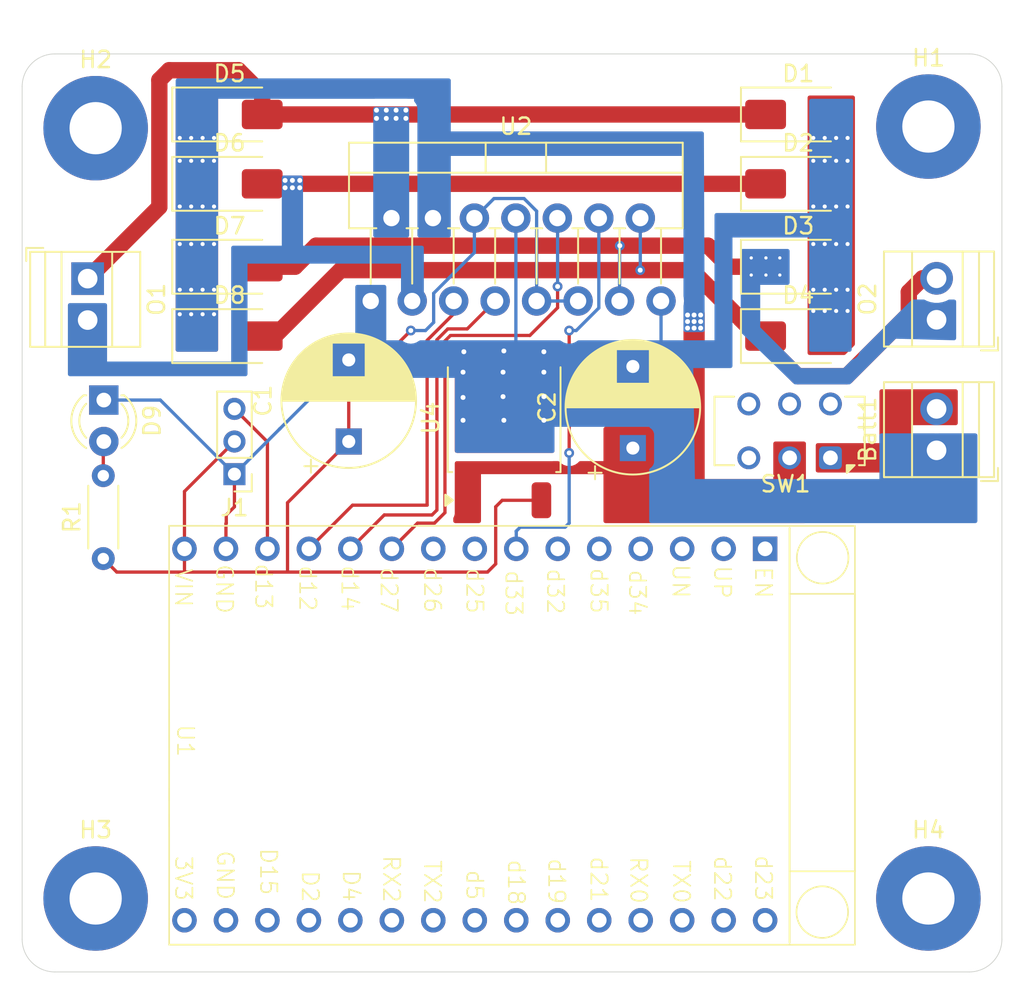
<source format=kicad_pcb>
(kicad_pcb (version 20240108) (generator "pcbnew") (generator_version "8.0")
  (layers (0 "F.Cu" signal) (31 "B.Cu" signal) (34 "B.Paste" user) (35 "F.Paste" user) (36 "B.SilkS" user "B.Silkscreen") (37 "F.SilkS" user "F.Silkscreen") (38 "B.Mask" user) (39 "F.Mask" user) (44 "Edge.Cuts" user))
  (net 0 "")
  (net 1 "Net-(D1-K)")
  (net 2 "Net-(D2-K)")
  (net 3 "Net-(D3-K)")
  (net 4 "Net-(D4-K)")
  (net 5 "Net-(D9-A)")
  (net 13 "Net-(J1-Pin_3)")
  (net 14 "Net-(Batt1-Pin_2)")
  (net 16 "Net-(U1-IO4)")
  (net 17 "Net-(U1-IO7)")
  (net 18 "Net-(U1-IO6)")
  (net 19 "Net-(U1-IO5)")
  (net 20 "GND")
  (net 21 "+12V")
  (net 24 "+5V")
  (footprint "MountingHole:MountingHole_3.2mm_M3_Pad" (layer "F.Cu") (at 182.5 61.7)
    (property "Reference" "H1" (at 0 -4.2 0) (layer "F.SilkS"))
    (property "Value" "MountingHole")
    (pad "1" thru_hole circle (at 0 0) (size 6.4 6.4) (drill 3.2) (layers "*.Cu" "*.Mask"))
  )
  (footprint "Diode_SMD:D_SMA" (layer "F.Cu") (at 174.53 74.54)
    (property "Reference" "D4" (at 0 -2.5 0) (layer "F.SilkS"))
    (property "Value" "D")
    (pad "1" smd roundrect (at -2 0) (size 2.5 1.8) (layers "F.Cu" "F.Paste" "F.Mask") (roundrect_rratio 0.1388888889) (net 4 "Net-(D4-K)"))
    (pad "2" smd roundrect (at 2 0) (size 2.5 1.8) (layers "F.Cu" "F.Paste" "F.Mask") (roundrect_rratio 0.1388888889) (net 20 "GND"))
  )
  (footprint "Connector_PinHeader_2.00mm:PinHeader_1x03_P2.00mm_Vertical" (layer "F.Cu") (at 140 83 180)
    (property "Reference" "J1" (at 0 -2.06 0) (layer "F.SilkS"))
    (property "Value" "Conn_01x03_Pin")
    (pad "1" thru_hole rect (at 0 0 180) (size 1.35 1.35) (drill 0.8) (layers "*.Cu" "*.Mask") (net 20 "GND"))
    (pad "2" thru_hole oval (at 0 2 180) (size 1.35 1.35) (drill 0.8) (layers "*.Cu" "*.Mask") (net 24 "+5V"))
    (pad "3" thru_hole oval (at 0 4 180) (size 1.35 1.35) (drill 0.8) (layers "*.Cu" "*.Mask") (net 13 "Net-(J1-Pin_3)"))
  )
  (footprint "Capacitor_THT:CP_Radial_D8.0mm_P5.00mm" (layer "F.Cu") (at 147 81 90)
    (property "Reference" "C1" (at 2.5 -5.25 90) (layer "F.SilkS"))
    (property "Value" "220uF 35v")
    (pad "1" thru_hole rect (at 0 0 90) (size 1.6 1.6) (drill 0.8) (layers "*.Cu" "*.Mask") (net 24 "+5V"))
    (pad "2" thru_hole circle (at 5 0 90) (size 1.6 1.6) (drill 0.8) (layers "*.Cu" "*.Mask") (net 20 "GND"))
  )
  (footprint "Button_Switch_THT:SW_CK_JS202011CQN_DPDT_Straight" (layer "F.Cu") (at 176.5 82 180)
    (property "Reference" "SW1" (at 2.75 -1.6 0) (layer "F.SilkS"))
    (property "Value" "SW_DPDT_x2")
    (pad "1" thru_hole roundrect (at 0 0 180) (size 1.4 1.4) (drill 0.9) (layers "*.Cu" "*.Mask") (roundrect_rratio 0.1785714286) (net 14 "Net-(Batt1-Pin_2)"))
    (pad "2" thru_hole circle (at 2.5 0 180) (size 1.4 1.4) (drill 0.9) (layers "*.Cu" "*.Mask") (net 21 "+12V"))
    (pad "3" thru_hole circle (at 5 0 180) (size 1.4 1.4) (drill 0.9) (layers "*.Cu" "*.Mask"))
    (pad "4" thru_hole circle (at 5 3.3 180) (size 1.4 1.4) (drill 0.9) (layers "*.Cu" "*.Mask"))
    (pad "5" thru_hole circle (at 2.5 3.3 180) (size 1.4 1.4) (drill 0.9) (layers "*.Cu" "*.Mask"))
    (pad "6" thru_hole circle (at 0 3.3 180) (size 1.4 1.4) (drill 0.9) (layers "*.Cu" "*.Mask"))
  )
  (footprint "Diode_SMD:D_SMA" (layer "F.Cu") (at 139.7 60.96)
    (property "Reference" "D5" (at 0 -2.5 0) (layer "F.SilkS"))
    (property "Value" "D")
    (pad "1" smd roundrect (at -2 0) (size 2.5 1.8) (layers "F.Cu" "F.Paste" "F.Mask") (roundrect_rratio 0.1388888889) (net 21 "+12V"))
    (pad "2" smd roundrect (at 2 0) (size 2.5 1.8) (layers "F.Cu" "F.Paste" "F.Mask") (roundrect_rratio 0.1388888889) (net 1 "Net-(D1-K)"))
  )
  (footprint "Diode_SMD:D_SMA" (layer "F.Cu") (at 174.53 65.21)
    (property "Reference" "D2" (at 0 -2.5 0) (layer "F.SilkS"))
    (property "Value" "D")
    (pad "1" smd roundrect (at -2 0) (size 2.5 1.8) (layers "F.Cu" "F.Paste" "F.Mask") (roundrect_rratio 0.1388888889) (net 2 "Net-(D2-K)"))
    (pad "2" smd roundrect (at 2 0) (size 2.5 1.8) (layers "F.Cu" "F.Paste" "F.Mask") (roundrect_rratio 0.1388888889) (net 20 "GND"))
  )
  (footprint "Package_TO_SOT_THT:TO-220-15_P2.54x2.54mm_StaggerOdd_Lead4.58mm_Vertical" (layer "F.Cu") (at 148.345646 72.39)
    (property "Reference" "U2" (at 8.89 -10.7 0) (layer "F.SilkS"))
    (property "Value" "L298N")
    (pad "1" thru_hole rect (at 0 0) (size 1.8 1.8) (drill 1) (layers "*.Cu" "*.Mask") (net 20 "GND"))
    (pad "2" thru_hole oval (at 1.27 -5.08) (size 1.8 1.8) (drill 1) (layers "*.Cu" "*.Mask") (net 1 "Net-(D1-K)"))
    (pad "3" thru_hole oval (at 2.54 0) (size 1.8 1.8) (drill 1) (layers "*.Cu" "*.Mask") (net 2 "Net-(D2-K)"))
    (pad "4" thru_hole oval (at 3.81 -5.08) (size 1.8 1.8) (drill 1) (layers "*.Cu" "*.Mask") (net 21 "+12V"))
    (pad "5" thru_hole oval (at 5.08 0) (size 1.8 1.8) (drill 1) (layers "*.Cu" "*.Mask") (net 16 "Net-(U1-IO4)"))
    (pad "6" thru_hole oval (at 6.35 -5.08) (size 1.8 1.8) (drill 1) (layers "*.Cu" "*.Mask") (net 24 "+5V"))
    (pad "7" thru_hole oval (at 7.62 0) (size 1.8 1.8) (drill 1) (layers "*.Cu" "*.Mask") (net 19 "Net-(U1-IO5)"))
    (pad "8" thru_hole oval (at 8.89 -5.08) (size 1.8 1.8) (drill 1) (layers "*.Cu" "*.Mask") (net 20 "GND"))
    (pad "9" thru_hole oval (at 10.16 0) (size 1.8 1.8) (drill 1) (layers "*.Cu" "*.Mask") (net 24 "+5V"))
    (pad "10" thru_hole oval (at 11.43 -5.08) (size 1.8 1.8) (drill 1) (layers "*.Cu" "*.Mask") (net 18 "Net-(U1-IO6)"))
    (pad "11" thru_hole oval (at 12.7 0) (size 1.8 1.8) (drill 1) (layers "*.Cu" "*.Mask") (net 24 "+5V"))
    (pad "12" thru_hole oval (at 13.97 -5.08) (size 1.8 1.8) (drill 1) (layers "*.Cu" "*.Mask") (net 17 "Net-(U1-IO7)"))
    (pad "13" thru_hole oval (at 15.24 0) (size 1.8 1.8) (drill 1) (layers "*.Cu" "*.Mask") (net 3 "Net-(D3-K)"))
    (pad "14" thru_hole oval (at 16.51 -5.08) (size 1.8 1.8) (drill 1) (layers "*.Cu" "*.Mask") (net 4 "Net-(D4-K)"))
    (pad "15" thru_hole oval (at 17.78 0) (size 1.8 1.8) (drill 1) (layers "*.Cu" "*.Mask") (net 20 "GND"))
  )
  (footprint "Package_TO_SOT_SMD:TO-252-2" (layer "F.Cu") (at 156.52 79.56 90)
    (property "Reference" "U4" (at 0 -4.5 90) (layer "F.SilkS"))
    (property "Value" "LM78M05_TO252")
    (pad "1" smd roundrect (at -5.04 -2.28 90) (size 2.2 1.2) (layers "F.Cu" "F.Paste" "F.Mask") (roundrect_rratio 0.208333) (net 21 "+12V"))
    (pad "2" smd roundrect (at -0.415 -1.525 90) (size 3.05 2.75) (layers "F.Cu" "F.Paste") (roundrect_rratio 0.090909) (net 20 "GND"))
    (pad "2" smd roundrect (at -0.415 1.525 90) (size 3.05 2.75) (layers "F.Cu" "F.Paste") (roundrect_rratio 0.090909) (net 20 "GND"))
    (pad "2" smd roundrect (at 1.26 0 90) (size 6.4 5.8) (layers "F.Cu" "F.Mask") (roundrect_rratio 0.043103) (net 20 "GND"))
    (pad "2" smd roundrect (at 2.935 -1.525 90) (size 3.05 2.75) (layers "F.Cu" "F.Paste") (roundrect_rratio 0.090909) (net 20 "GND"))
    (pad "2" smd roundrect (at 2.935 1.525 90) (size 3.05 2.75) (layers "F.Cu" "F.Paste") (roundrect_rratio 0.090909) (net 20 "GND"))
    (pad "3" smd roundrect (at -5.04 2.28 90) (size 2.2 1.2) (layers "F.Cu" "F.Paste" "F.Mask") (roundrect_rratio 0.208333) (net 24 "+5V"))
  )
  (footprint "Diode_SMD:D_SMA" (layer "F.Cu") (at 139.7 65.21)
    (property "Reference" "D6" (at 0 -2.5 0) (layer "F.SilkS"))
    (property "Value" "D")
    (pad "1" smd roundrect (at -2 0) (size 2.5 1.8) (layers "F.Cu" "F.Paste" "F.Mask") (roundrect_rratio 0.1388888889) (net 21 "+12V"))
    (pad "2" smd roundrect (at 2 0) (size 2.5 1.8) (layers "F.Cu" "F.Paste" "F.Mask") (roundrect_rratio 0.1388888889) (net 2 "Net-(D2-K)"))
  )
  (footprint "MountingHole:MountingHole_3.2mm_M3_Pad" (layer "F.Cu") (at 131.5 109)
    (property "Reference" "H3" (at 0 -4.2 0) (layer "F.SilkS"))
    (property "Value" "MountingHole")
    (pad "1" thru_hole circle (at 0 0) (size 6.4 6.4) (drill 3.2) (layers "*.Cu" "*.Mask"))
  )
  (footprint "Diode_SMD:D_SMA" (layer "F.Cu") (at 139.7 70.29)
    (property "Reference" "D7" (at 0 -2.5 0) (layer "F.SilkS"))
    (property "Value" "D")
    (pad "1" smd roundrect (at -2 0) (size 2.5 1.8) (layers "F.Cu" "F.Paste" "F.Mask") (roundrect_rratio 0.1388888889) (net 21 "+12V"))
    (pad "2" smd roundrect (at 2 0) (size 2.5 1.8) (layers "F.Cu" "F.Paste" "F.Mask") (roundrect_rratio 0.1388888889) (net 3 "Net-(D3-K)"))
  )
  (footprint "MountingHole:MountingHole_3.2mm_M3_Pad" (layer "F.Cu") (at 131.5 61.8)
    (property "Reference" "H2" (at 0 -4.2 0) (layer "F.SilkS"))
    (property "Value" "MountingHole")
    (pad "1" thru_hole circle (at 0 0) (size 6.4 6.4) (drill 3.2) (layers "*.Cu" "*.Mask"))
  )
  (footprint "TerminalBlock:TerminalBlock_Xinya_XY308-2.54-2P_1x02_P2.54mm_Horizontal" (layer "F.Cu") (at 183 81.54 90)
    (property "Reference" "Batt1" (at 1.27 -4.22 90) (layer "F.SilkS"))
    (property "Value" "Screw_Terminal_01x02")
    (pad "1" thru_hole rect (at 0 0 90) (size 2 2) (drill 1.2) (layers "*.Cu" "*.Mask") (net 20 "GND"))
    (pad "2" thru_hole circle (at 2.54 0 90) (size 2 2) (drill 1.2) (layers "*.Cu" "*.Mask") (net 14 "Net-(Batt1-Pin_2)"))
  )
  (footprint "Capacitor_THT:CP_Radial_D8.0mm_P5.00mm" (layer "F.Cu") (at 164.4 81.402651 90)
    (property "Reference" "C2" (at 2.5 -5.25 90) (layer "F.SilkS"))
    (property "Value" "220uF 35v")
    (pad "1" thru_hole rect (at 0 0 90) (size 1.6 1.6) (drill 0.8) (layers "*.Cu" "*.Mask") (net 21 "+12V"))
    (pad "2" thru_hole circle (at 5 0 90) (size 1.6 1.6) (drill 0.8) (layers "*.Cu" "*.Mask") (net 20 "GND"))
  )
  (footprint "Diode_SMD:D_SMA" (layer "F.Cu") (at 139.7 74.54)
    (property "Reference" "D8" (at 0 -2.5 0) (layer "F.SilkS"))
    (property "Value" "D")
    (pad "1" smd roundrect (at -2 0) (size 2.5 1.8) (layers "F.Cu" "F.Paste" "F.Mask") (roundrect_rratio 0.1388888889) (net 21 "+12V"))
    (pad "2" smd roundrect (at 2 0) (size 2.5 1.8) (layers "F.Cu" "F.Paste" "F.Mask") (roundrect_rratio 0.1388888889) (net 4 "Net-(D4-K)"))
  )
  (footprint "Resistor_THT:R_Axial_DIN0204_L3.6mm_D1.6mm_P5.08mm_Horizontal" (layer "F.Cu") (at 131.967655 88.172403 90)
    (property "Reference" "R1" (at 2.54 -1.92 90) (layer "F.SilkS"))
    (property "Value" "R")
    (pad "1" thru_hole circle (at 0 0 90) (size 1.4 1.4) (drill 0.7) (layers "*.Cu" "*.Mask") (net 24 "+5V"))
    (pad "2" thru_hole oval (at 5.08 0 90) (size 1.4 1.4) (drill 0.7) (layers "*.Cu" "*.Mask") (net 5 "Net-(D9-A)"))
  )
  (footprint "LED_THT:LED_D3.0mm_Clear" (layer "F.Cu") (at 132 78.46 -90)
    (property "Reference" "D9" (at 1.27 -2.96 90) (layer "F.SilkS"))
    (property "Value" "LED")
    (pad "1" thru_hole rect (at 0 0 270) (size 1.8 1.8) (drill 0.9) (layers "*.Cu" "*.Mask") (net 20 "GND"))
    (pad "2" thru_hole circle (at 2.54 0 270) (size 1.8 1.8) (drill 0.9) (layers "*.Cu" "*.Mask") (net 5 "Net-(D9-A)"))
  )
  (footprint "MountingHole:MountingHole_3.2mm_M3_Pad" (layer "F.Cu") (at 182.5 109)
    (property "Reference" "H4" (at 0 -4.2 0) (layer "F.SilkS"))
    (property "Value" "MountingHole")
    (pad "1" thru_hole circle (at 0 0) (size 6.4 6.4) (drill 3.2) (layers "*.Cu" "*.Mask"))
  )
  (footprint "Diode_SMD:D_SMA" (layer "F.Cu") (at 174.53 60.96)
    (property "Reference" "D1" (at 0 -2.5 0) (layer "F.SilkS"))
    (property "Value" "D")
    (pad "1" smd roundrect (at -2 0) (size 2.5 1.8) (layers "F.Cu" "F.Paste" "F.Mask") (roundrect_rratio 0.1388888889) (net 1 "Net-(D1-K)"))
    (pad "2" smd roundrect (at 2 0) (size 2.5 1.8) (layers "F.Cu" "F.Paste" "F.Mask") (roundrect_rratio 0.1388888889) (net 20 "GND"))
  )
  (footprint "TerminalBlock:TerminalBlock_Xinya_XY308-2.54-2P_1x02_P2.54mm_Horizontal" (layer "F.Cu") (at 131.010224 71.01874 -90)
    (property "Reference" "O1" (at 1.27 -4.22 90) (layer "F.SilkS"))
    (property "Value" "Screw_Terminal_01x02")
    (pad "1" thru_hole rect (at 0 0 270) (size 2 2) (drill 1.2) (layers "*.Cu" "*.Mask") (net 1 "Net-(D1-K)"))
    (pad "2" thru_hole circle (at 2.54 0 270) (size 2 2) (drill 1.2) (layers "*.Cu" "*.Mask") (net 2 "Net-(D2-K)"))
  )
  (footprint "Diode_SMD:D_SMA" (layer "F.Cu") (at 174.53 70.29)
    (property "Reference" "D3" (at 0 -2.5 0) (layer "F.SilkS"))
    (property "Value" "D")
    (pad "1" smd roundrect (at -2 0) (size 2.5 1.8) (layers "F.Cu" "F.Paste" "F.Mask") (roundrect_rratio 0.1388888889) (net 3 "Net-(D3-K)"))
    (pad "2" smd roundrect (at 2 0) (size 2.5 1.8) (layers "F.Cu" "F.Paste" "F.Mask") (roundrect_rratio 0.1388888889) (net 20 "GND"))
  )
  (footprint "RF_Module:ESP32 DEVKITV1" (layer "F.Cu") (at 133 99.334304 -90)
    (property "Reference" "U1" (at 0 -4 -90) (layer "F.SilkS") (effects (font (thickness 0.1))))
    (property "Value" "~")
    (fp_text user "d13" (at -10.92405 -8.198481 -90) (layer "F.SilkS") (effects (font (thickness 0.1)) (justify left bottom)))
    (fp_text user "UN" (at -10.886582 -33.751898 -90) (layer "F.SilkS") (effects (font (thickness 0.1)) (justify left bottom)))
    (fp_text user "d21" (at 7.023291 -28.731139 -90) (layer "F.SilkS") (effects (font (thickness 0.1)) (justify left bottom)))
    (fp_text user "d35" (at -10.661772 -28.731139 -90) (layer "F.SilkS") (effects (font (thickness 0.1)) (justify left bottom)))
    (fp_text user "d34" (at -10.549367 -31.091645 -90) (layer "F.SilkS") (effects (font (thickness 0.1)) (justify left bottom)))
    (fp_text user "UP" (at -10.811645 -36.299746 -90) (layer "F.SilkS") (effects (font (thickness 0.1)) (justify left bottom)))
    (fp_text user "d27" (at -10.69924 -15.879493 -90) (layer "F.SilkS") (effects (font (thickness 0.1)) (justify left bottom)))
    (fp_text user "d32" (at -10.624303 -26.070886 -90) (layer "F.SilkS") (effects (font (thickness 0.1)) (justify left bottom)))
    (fp_text user "d5" (at 7.847594 -21.125063 -90) (layer "F.SilkS") (effects (font (thickness 0.1)) (justify left bottom)))
    (fp_text user "VIN" (at -10.624303 -3.290126 -90) (layer "F.SilkS") (effects (font (thickness 0.1)) (justify left bottom)))
    (fp_text user "RX2" (at 6.948354 -16.029367 -90) (layer "F.SilkS") (effects (font (thickness 0.1)) (justify left bottom)))
    (fp_text user "d25" (at -10.661772 -21.125063 -90) (layer "F.SilkS") (effects (font (thickness 0.1)) (justify left bottom)))
    (fp_text user "d26" (at -10.69924 -18.539746 -90) (layer "F.SilkS") (effects (font (thickness 0.1)) (justify left bottom)))
    (fp_text user "RX0" (at 7.023291 -31.166582 -90) (layer "F.SilkS") (effects (font (thickness 0.1)) (justify left bottom)))
    (fp_text user "3V3" (at 6.988354 -3.296962 -90) (layer "F.SilkS") (effects (font (thickness 0.1)) (justify left bottom)))
    (fp_text user "d33" (at -10.511898 -23.523037 -90) (layer "F.SilkS") (effects (font (thickness 0.1)) (justify left bottom)))
    (fp_text user "GND" (at 6.651139 -5.84481 -90) (layer "F.SilkS") (effects (font (thickness 0.1)) (justify left bottom)))
    (fp_text user "GND" (at -10.886582 -5.800506 -90) (layer "F.SilkS") (effects (font (thickness 0.1)) (justify left bottom)))
    (fp_text user "d22" (at 6.985822 -36.299746 -90) (layer "F.SilkS") (effects (font (thickness 0.1)) (justify left bottom)))
    (fp_text user "D2" (at 7.887594 -11.052911 -90) (layer "F.SilkS") (effects (font (thickness 0.1)) (justify left bottom)))
    (fp_text user "TX2" (at 7.248101 -18.539746 -90) (layer "F.SilkS") (effects (font (thickness 0.1)) (justify left bottom)))
    (fp_text user "d19" (at 7.135696 -26.145822 -90) (layer "F.SilkS") (effects (font (thickness 0.1)) (justify left bottom)))
    (fp_text user "d18" (at 7.210632 -23.672911 -90) (layer "F.SilkS") (effects (font (thickness 0.1)) (justify left bottom)))
    (fp_text user "D4" (at 7.850126 -13.563291 -90) (layer "F.SilkS") (effects (font (thickness 0.1)) (justify left bottom)))
    (fp_text user "D15" (at 6.5 -8.5 -90) (layer "F.SilkS") (effects (font (thickness 0.1)) (justify left bottom)))
    (fp_text user "d12" (at -10.811645 -10.896202 -90) (layer "F.SilkS") (effects (font (thickness 0.1)) (justify left bottom)))
    (fp_text user "TX0" (at 7.248101 -33.789367 -90) (layer "F.SilkS") (effects (font (thickness 0.1)) (justify left bottom)))
    (fp_text user "d14" (at -10.811645 -13.481518 -90) (layer "F.SilkS") (effects (font (thickness 0.1)) (justify left bottom)))
    (fp_text user "EN" (at -10.736708 -38.810126 -90) (layer "F.SilkS") (effects (font (thickness 0.1)) (justify left bottom)))
    (fp_text user "d23" (at 6.948354 -38.810126 -90) (layer "F.SilkS") (effects (font (thickness 0.1)) (justify left bottom)))
    (pad "1" thru_hole rect (at -11.76 -39.5 270) (size 1.5 1.5) (drill 0.9) (layers "*.Cu" "*.Mask"))
    (pad "2" thru_hole circle (at -11.76 -36.96 270) (size 1.5 1.5) (drill 0.9) (layers "*.Cu" "*.Mask"))
    (pad "3" thru_hole circle (at -11.76 -34.42 270) (size 1.5 1.5) (drill 0.9) (layers "*.Cu" "*.Mask"))
    (pad "4" thru_hole circle (at -11.76 -31.88 270) (size 1.5 1.5) (drill 0.9) (layers "*.Cu" "*.Mask"))
    (pad "5" thru_hole circle (at -11.76 -29.34 270) (size 1.5 1.5) (drill 0.9) (layers "*.Cu" "*.Mask"))
    (pad "6" thru_hole circle (at -11.76 -26.8 270) (size 1.5 1.5) (drill 0.9) (layers "*.Cu" "*.Mask"))
    (pad "7" thru_hole circle (at -11.76 -24.26 270) (size 1.5 1.5) (drill 0.9) (layers "*.Cu" "*.Mask") (net 17 "Net-(U1-IO7)"))
    (pad "8" thru_hole circle (at -11.76 -21.72 270) (size 1.5 1.5) (drill 0.9) (layers "*.Cu" "*.Mask"))
    (pad "9" thru_hole circle (at -11.76 -19.18 270) (size 1.5 1.5) (drill 0.9) (layers "*.Cu" "*.Mask"))
    (pad "10" thru_hole circle (at -11.76 -16.64 270) (size 1.5 1.5) (drill 0.9) (layers "*.Cu" "*.Mask") (net 18 "Net-(U1-IO6)"))
    (pad "11" thru_hole circle (at -11.76 -14.1 270) (size 1.5 1.5) (drill 0.9) (layers "*.Cu" "*.Mask") (net 19 "Net-(U1-IO5)"))
    (pad "12" thru_hole circle (at -11.76 -11.56 270) (size 1.5 1.5) (drill 0.9) (layers "*.Cu" "*.Mask") (net 16 "Net-(U1-IO4)"))
    (pad "13" thru_hole circle (at -11.76 -9.02 270) (size 1.5 1.5) (drill 0.9) (layers "*.Cu" "*.Mask") (net 13 "Net-(J1-Pin_3)"))
    (pad "14" thru_hole circle (at -11.76 -6.48 270) (size 1.5 1.5) (drill 0.9) (layers "*.Cu" "*.Mask") (net 20 "GND"))
    (pad "15" thru_hole circle (at -11.76 -3.94 270) (size 1.5 1.5) (drill 0.9) (layers "*.Cu" "*.Mask") (net 24 "+5V"))
    (pad "16" thru_hole circle (at 11 -3.94 270) (size 1.5 1.5) (drill 0.9) (layers "*.Cu" "*.Mask"))
    (pad "17" thru_hole circle (at 11 -6.48 270) (size 1.5 1.5) (drill 0.9) (layers "*.Cu" "*.Mask"))
    (pad "18" thru_hole circle (at 11 -9.02 270) (size 1.5 1.5) (drill 0.9) (layers "*.Cu" "*.Mask"))
    (pad "19" thru_hole circle (at 11 -11.56 270) (size 1.5 1.5) (drill 0.9) (layers "*.Cu" "*.Mask"))
    (pad "20" thru_hole circle (at 11 -14.1 270) (size 1.5 1.5) (drill 0.9) (layers "*.Cu" "*.Mask"))
    (pad "21" thru_hole circle (at 11 -16.64 270) (size 1.5 1.5) (drill 0.9) (layers "*.Cu" "*.Mask"))
    (pad "22" thru_hole circle (at 11 -19.18 270) (size 1.5 1.5) (drill 0.9) (layers "*.Cu" "*.Mask"))
    (pad "23" thru_hole circle (at 11 -21.72 270) (size 1.5 1.5) (drill 0.9) (layers "*.Cu" "*.Mask"))
    (pad "24" thru_hole circle (at 11 -24.26 270) (size 1.5 1.5) (drill 0.9) (layers "*.Cu" "*.Mask"))
    (pad "25" thru_hole circle (at 11 -26.8 270) (size 1.5 1.5) (drill 0.9) (layers "*.Cu" "*.Mask"))
    (pad "26" thru_hole circle (at 11 -29.34 270) (size 1.5 1.5) (drill 0.9) (layers "*.Cu" "*.Mask"))
    (pad "27" thru_hole circle (at 11 -31.88 270) (size 1.5 1.5) (drill 0.9) (layers "*.Cu" "*.Mask"))
    (pad "28" thru_hole circle (at 11 -34.42 270) (size 1.5 1.5) (drill 0.9) (layers "*.Cu" "*.Mask"))
    (pad "29" thru_hole circle (at 11 -36.96 270) (size 1.5 1.5) (drill 0.9) (layers "*.Cu" "*.Mask"))
    (pad "30" thru_hole circle (at 11 -39.5 270) (size 1.5 1.5) (drill 0.9) (layers "*.Cu" "*.Mask"))
  )
  (footprint "TerminalBlock:TerminalBlock_Xinya_XY308-2.54-2P_1x02_P2.54mm_Horizontal" (layer "F.Cu") (at 183 73.54 90)
    (property "Reference" "O2" (at 1.27 -4.22 90) (layer "F.SilkS"))
    (property "Value" "Screw_Terminal_01x02")
    (pad "1" thru_hole rect (at 0 0 90) (size 2 2) (drill 1.2) (layers "*.Cu" "*.Mask") (net 3 "Net-(D3-K)"))
    (pad "2" thru_hole circle (at 2.54 0 90) (size 2 2) (drill 1.2) (layers "*.Cu" "*.Mask") (net 4 "Net-(D4-K)"))
  )
  (gr_arc (start 127 59.25) (mid 127.585786 57.835786) (end 129 57.25) (stroke (width 0.05)) (layer "Edge.Cuts"))
  (gr_arc (start 185 57.25) (mid 186.414214 57.835786) (end 187 59.25) (stroke (width 0.05)) (layer "Edge.Cuts"))
  (gr_line (start 185 57.25) (end 129 57.25) (stroke (width 0.05)) (layer "Edge.Cuts"))
  (gr_arc (start 187 111.5) (mid 186.414214 112.914214) (end 185 113.5) (stroke (width 0.05)) (layer "Edge.Cuts"))
  (gr_line (start 127 111.5) (end 127 59.25) (stroke (width 0.05)) (layer "Edge.Cuts"))
  (gr_line (start 187 59.25) (end 187 111.5) (stroke (width 0.05)) (layer "Edge.Cuts"))
  (gr_arc (start 129 113.5) (mid 127.585786 112.914214) (end 127 111.5) (stroke (width 0.05)) (layer "Edge.Cuts"))
  (gr_line (start 185 113.5) (end 129 113.5) (stroke (width 0.05)) (layer "Edge.Cuts"))
  (segment (start 141.7 60.96) (end 172.53 60.96) (width 1) (layer "F.Cu") (net 1))
  (segment (start 135.4 58.85) (end 135.4 66.628964) (width 1) (layer "F.Cu") (net 1))
  (segment (start 141.7 60.96) (end 141.7 59.7) (width 1) (layer "F.Cu") (net 1))
  (segment (start 136 58.25) (end 135.4 58.85) (width 1) (layer "F.Cu") (net 1))
  (segment (start 141.7 59.7) (end 140.25 58.25) (width 1) (layer "F.Cu") (net 1))
  (segment (start 135.4 66.628964) (end 131.010224 71.01874) (width 1) (layer "F.Cu") (net 1))
  (segment (start 140.25 58.25) (end 136 58.25) (width 1) (layer "F.Cu") (net 1))
  (via (at 149.3 61.2) (size 0.4) (drill 0.3) (layers "F.Cu" "B.Cu") (net 1))
  (via (at 148.7 60.7) (size 0.4) (drill 0.3) (layers "F.Cu" "B.Cu") (net 1))
  (via (at 148.7 61.2) (size 0.4) (drill 0.3) (layers "F.Cu" "B.Cu") (net 1))
  (via (at 150.5 60.7) (size 0.4) (drill 0.3) (layers "F.Cu" "B.Cu") (net 1))
  (via (at 149.3 60.7) (size 0.4) (drill 0.3) (layers "F.Cu" "B.Cu") (net 1))
  (via (at 149.9 61.2) (size 0.4) (drill 0.3) (layers "F.Cu" "B.Cu") (net 1))
  (via (at 150.5 61.2) (size 0.4) (drill 0.3) (layers "F.Cu" "B.Cu") (net 1))
  (via (at 149.9 60.7) (size 0.4) (drill 0.3) (layers "F.Cu" "B.Cu") (net 1))
  (segment (start 172.53 65.21) (end 141.7 65.21) (width 1) (layer "F.Cu") (net 2))
  (via (at 143.55 65.45) (size 0.4) (drill 0.3) (layers "F.Cu" "B.Cu") (net 2))
  (via (at 144 65.45) (size 0.4) (drill 0.3) (layers "F.Cu" "B.Cu") (net 2))
  (via (at 143.1 65.45) (size 0.4) (drill 0.3) (layers "F.Cu" "B.Cu") (net 2))
  (via (at 143.1 65) (size 0.4) (drill 0.3) (layers "F.Cu" "B.Cu") (net 2))
  (via (at 144 65) (size 0.4) (drill 0.3) (layers "F.Cu" "B.Cu") (net 2))
  (via (at 143.55 65) (size 0.4) (drill 0.3) (layers "F.Cu" "B.Cu") (net 2))
  (segment (start 145 69) (end 163.6 69) (width 1) (layer "F.Cu") (net 3))
  (segment (start 163.6 69) (end 169 69) (width 1) (layer "F.Cu") (net 3))
  (segment (start 143.71 70.29) (end 145 69) (width 1) (layer "F.Cu") (net 3))
  (segment (start 169 69) (end 170.29 70.29) (width 1) (layer "F.Cu") (net 3))
  (segment (start 170.29 70.29) (end 172.53 70.29) (width 1) (layer "F.Cu") (net 3))
  (segment (start 141.7 70.29) (end 143.71 70.29) (width 1) (layer "F.Cu") (net 3))
  (via (at 173.4 69.75) (size 0.4) (drill 0.2) (layers "F.Cu" "B.Cu") (net 3))
  (via (at 163.6 69) (size 0.6) (drill 0.3) (layers "F.Cu" "B.Cu") (net 3))
  (via (at 172.55 69.75) (size 0.4) (drill 0.2) (layers "F.Cu" "B.Cu") (net 3))
  (via (at 171.65 69.75) (size 0.4) (drill 0.2) (layers "F.Cu" "B.Cu") (net 3))
  (via (at 173.4 70.8) (size 0.4) (drill 0.2) (layers "F.Cu" "B.Cu") (net 3))
  (via (at 171.65 70.8) (size 0.4) (drill 0.2) (layers "F.Cu" "B.Cu") (net 3))
  (via (at 172.55 70.8) (size 0.4) (drill 0.2) (layers "F.Cu" "B.Cu") (net 3))
  (segment (start 163.585646 72.39) (end 163.585646 69.014354) (width 0.2) (layer "B.Cu") (net 3))
  (segment (start 163.6 69) (end 163.585646 69.014354) (width 0.2) (layer "B.Cu") (net 3))
  (segment (start 172.04 74.54) (end 172.53 74.54) (width 0.2) (layer "F.Cu") (net 4))
  (segment (start 171 73.5) (end 174.5 77) (width 1) (layer "F.Cu") (net 4))
  (segment (start 141.7 74.54) (end 142.46 74.54) (width 0.2) (layer "F.Cu") (net 4))
  (segment (start 177.5 77) (end 181.3 73.2) (width 1) (layer "F.Cu") (net 4))
  (segment (start 142.46 74.54) (end 146.5 70.5) (width 1) (layer "F.Cu") (net 4))
  (segment (start 168 70.5) (end 171 73.5) (width 1) (layer "F.Cu") (net 4))
  (segment (start 181.3 71.84) (end 182.14 71) (width 1) (layer "F.Cu") (net 4))
  (segment (start 182.14 71) (end 183 71) (width 1) (layer "F.Cu") (net 4))
  (segment (start 181.3 73.2) (end 181.3 71.84) (width 1) (layer "F.Cu") (net 4))
  (segment (start 171 73.5) (end 172.04 74.54) (width 1) (layer "F.Cu") (net 4))
  (segment (start 174.5 77) (end 177.5 77) (width 1) (layer "F.Cu") (net 4))
  (segment (start 146.5 70.5) (end 164.85 70.5) (width 1) (layer "F.Cu") (net 4))
  (segment (start 164.85 70.5) (end 168 70.5) (width 1) (layer "F.Cu") (net 4))
  (via (at 164.85 70.5) (size 0.6) (drill 0.3) (layers "F.Cu" "B.Cu") (net 4))
  (segment (start 164.855646 67.31) (end 164.855646 70.455646) (width 0.2) (layer "B.Cu") (net 4))
  (segment (start 164.855646 70.455646) (end 164.9 70.5) (width 0.2) (layer "B.Cu") (net 4))
  (segment (start 131.967655 83.092403) (end 131.967655 81.032345) (width 0.2) (layer "F.Cu") (net 5))
  (segment (start 131.967655 81.032345) (end 132 81) (width 0.2) (layer "F.Cu") (net 5))
  (segment (start 142.02 87.574304) (end 142.02 81.02) (width 0.2) (layer "F.Cu") (net 13))
  (segment (start 142.02 81.02) (end 140 79) (width 0.2) (layer "F.Cu") (net 13))
  (segment (start 151.8 84.9) (end 147.234304 84.9) (width 0.2) (layer "F.Cu") (net 16))
  (segment (start 147.234304 84.9) (end 144.56 87.574304) (width 0.2) (layer "F.Cu") (net 16))
  (segment (start 153.425646 73.174354) (end 151.8 74.8) (width 0.2) (layer "F.Cu") (net 16))
  (segment (start 151.8 74.8) (end 151.8 84.9) (width 0.2) (layer "F.Cu") (net 16))
  (segment (start 153.425646 72.39) (end 153.425646 73.174354) (width 0.2) (layer "F.Cu") (net 16))
  (segment (start 160.5 81.7) (end 160.5 74.2) (width 0.2) (layer "F.Cu") (net 17))
  (via (at 160.5 81.7) (size 0.6) (drill 0.3) (layers "F.Cu" "B.Cu") (net 17))
  (via (at 160.5 74.2) (size 0.6) (drill 0.3) (layers "F.Cu" "B.Cu") (net 17))
  (segment (start 157.26 86.51) (end 157.26 87.574304) (width 0.2) (layer "B.Cu") (net 17))
  (segment (start 160.25 86.25) (end 157.5 86.25) (width 0.2) (layer "B.Cu") (net 17))
  (segment (start 157.5 86.25) (end 157.25 86.5) (width 0.2) (layer "B.Cu") (net 17))
  (segment (start 162.315646 72.817057) (end 160.932703 74.2) (width 0.2) (layer "B.Cu") (net 17))
  (segment (start 160.5 81.7) (end 160.5 86) (width 0.2) (layer "B.Cu") (net 17))
  (segment (start 160.932703 74.2) (end 160.5 74.2) (width 0.2) (layer "B.Cu") (net 17))
  (segment (start 160.5 86) (end 160.25 86.25) (width 0.2) (layer "B.Cu") (net 17))
  (segment (start 160.5 81.7) (end 160.511899 81.711899) (width 0.2) (layer "B.Cu") (net 17))
  (segment (start 162.315646 67.31) (end 162.315646 72.817057) (width 0.2) (layer "B.Cu") (net 17))
  (segment (start 157.25 86.5) (end 157.26 86.51) (width 0.2) (layer "B.Cu") (net 17))
  (segment (start 158.092703 74.5) (end 153.231372 74.5) (width 0.2) (layer "F.Cu") (net 18))
  (segment (start 159.79 71.500012) (end 159.79 72.802703) (width 0.2) (layer "F.Cu") (net 18))
  (segment (start 152.891899 85.358101) (end 152.25 86) (width 0.2) (layer "F.Cu") (net 18))
  (segment (start 153.231372 74.5) (end 152.891899 74.839473) (width 0.2) (layer "F.Cu") (net 18))
  (segment (start 159.79 72.802703) (end 158.092703 74.5) (width 0.2) (layer "F.Cu") (net 18))
  (segment (start 151.214304 86) (end 149.64 87.574304) (width 0.2) (layer "F.Cu") (net 18))
  (segment (start 152.891899 74.839473) (end 152.891899 85.358101) (width 0.2) (layer "F.Cu") (net 18))
  (segment (start 152.25 86) (end 151.214304 86) (width 0.2) (layer "F.Cu") (net 18))
  (via (at 159.79 71.500012) (size 0.6) (drill 0.3) (layers "F.Cu" "B.Cu") (net 18))
  (segment (start 159.775646 68.135646) (end 159.79 68.15) (width 0.2) (layer "B.Cu") (net 18))
  (segment (start 159.775646 67.31) (end 159.775646 68.135646) (width 0.2) (layer "B.Cu") (net 18))
  (segment (start 159.79 68.15) (end 159.79 71.7) (width 0.2) (layer "B.Cu") (net 18))
  (segment (start 159.8 71.71) (end 159.79 71.7) (width 0.2) (layer "B.Cu") (net 18))
  (segment (start 152.4 85.2) (end 152.1 85.5) (width 0.2) (layer "F.Cu") (net 19))
  (segment (start 153.065686 74.1) (end 152.4 74.765686) (width 0.2) (layer "F.Cu") (net 19))
  (segment (start 155.965646 72.39) (end 154.255646 74.1) (width 0.2) (layer "F.Cu") (net 19))
  (segment (start 154.255646 74.1) (end 153.065686 74.1) (width 0.2) (layer "F.Cu") (net 19))
  (segment (start 152.4 74.765686) (end 152.4 85.2) (width 0.2) (layer "F.Cu") (net 19))
  (segment (start 149.174304 85.5) (end 147.1 87.574304) (width 0.2) (layer "F.Cu") (net 19))
  (segment (start 152.1 85.5) (end 149.174304 85.5) (width 0.2) (layer "F.Cu") (net 19))
  (segment (start 155.965646 72.39) (end 156 72.424354) (width 0.2) (layer "F.Cu") (net 19))
  (segment (start 139.5 85.5) (end 139.5 86) (width 0.2) (layer "F.Cu") (net 20))
  (segment (start 139.48 86.02) (end 139.48 87.574304) (width 0.2) (layer "F.Cu") (net 20))
  (segment (start 140 85) (end 139.5 85.5) (width 0.2) (layer "F.Cu") (net 20))
  (segment (start 140 83) (end 140 85) (width 0.2) (layer "F.Cu") (net 20))
  (segment (start 139.5 86) (end 139.48 86.02) (width 0.2) (layer "F.Cu") (net 20))
  (via (at 154 78.3) (size 0.6) (drill 0.3) (layers "F.Cu" "B.Cu") (net 20))
  (via (at 176.15 66.6) (size 0.3) (drill 0.25) (layers "F.Cu" "B.Cu") (net 20))
  (via (at 175.45 63.8) (size 0.3) (drill 0.25) (layers "F.Cu" "B.Cu") (net 20))
  (via (at 156.5 75.45) (size 0.6) (drill 0.3) (layers "F.Cu" "B.Cu") (net 20))
  (via (at 177.55 63.8) (size 0.3) (drill 0.25) (layers "F.Cu" "B.Cu") (net 20))
  (via (at 154.05 75.5) (size 0.6) (drill 0.3) (layers "F.Cu" "B.Cu") (net 20))
  (via (at 156.5 79.7) (size 0.6) (drill 0.3) (layers "F.Cu" "B.Cu") (net 20))
  (via (at 177.55 73) (size 0.3) (drill 0.25) (layers "F.Cu" "B.Cu") (net 20))
  (via (at 175.45 73) (size 0.3) (drill 0.25) (layers "F.Cu" "B.Cu") (net 20))
  (via (at 176.15 63.8) (size 0.3) (drill 0.25) (layers "F.Cu" "B.Cu") (net 20))
  (via (at 177.55 71.7) (size 0.3) (drill 0.25) (layers "F.Cu" "B.Cu") (net 20))
  (via (at 154 76.75) (size 0.6) (drill 0.3) (layers "F.Cu" "B.Cu") (net 20))
  (via (at 158.95 78.25) (size 0.6) (drill 0.3) (layers "F.Cu" "B.Cu") (net 20))
  (via (at 177.55 68.9) (size 0.3) (drill 0.25) (layers "F.Cu" "B.Cu") (net 20))
  (via (at 158.95 79.7) (size 0.6) (drill 0.3) (layers "F.Cu" "B.Cu") (net 20))
  (via (at 176.85 66.6) (size 0.3) (drill 0.25) (layers "F.Cu" "B.Cu") (net 20))
  (via (at 154 79.7) (size 0.6) (drill 0.3) (layers "F.Cu" "B.Cu") (net 20))
  (via (at 156.45 76.75) (size 0.6) (drill 0.3) (layers "F.Cu" "B.Cu") (net 20))
  (via (at 176.85 73) (size 0.3) (drill 0.25) (layers "F.Cu" "B.Cu") (net 20))
  (via (at 176.85 68.9) (size 0.3) (drill 0.25) (layers "F.Cu" "B.Cu") (net 20))
  (via (at 175.45 62.4) (size 0.3) (drill 0.25) (layers "F.Cu" "B.Cu") (net 20))
  (via (at 175.45 66.6) (size 0.3) (drill 0.25) (layers "F.Cu" "B.Cu") (net 20))
  (via (at 176.85 63.8) (size 0.3) (drill 0.25) (layers "F.Cu" "B.Cu") (net 20))
  (via (at 156.45 78.25) (size 0.6) (drill 0.3) (layers "F.Cu" "B.Cu") (net 20))
  (via (at 175.45 68.9) (size 0.3) (drill 0.25) (layers "F.Cu" "B.Cu") (net 20))
  (via (at 176.15 71.7) (size 0.3) (drill 0.25) (layers "F.Cu" "B.Cu") (net 20))
  (via (at 176.15 62.4) (size 0.3) (drill 0.25) (layers "F.Cu" "B.Cu") (net 20))
  (via (at 158.95 76.75) (size 0.6) (drill 0.3) (layers "F.Cu" "B.Cu") (net 20))
  (via (at 176.15 68.9) (size 0.3) (drill 0.25) (layers "F.Cu" "B.Cu") (net 20))
  (via (at 176.85 62.4) (size 0.3) (drill 0.25) (layers "F.Cu" "B.Cu") (net 20))
  (via (at 176.85 71.7) (size 0.3) (drill 0.25) (layers "F.Cu" "B.Cu") (net 20))
  (via (at 177.55 62.4) (size 0.3) (drill 0.25) (layers "F.Cu" "B.Cu") (net 20))
  (via (at 175.45 71.7) (size 0.3) (drill 0.25) (layers "F.Cu" "B.Cu") (net 20))
  (via (at 176.15 73) (size 0.3) (drill 0.25) (layers "F.Cu" "B.Cu") (net 20))
  (via (at 177.55 66.6) (size 0.3) (drill 0.25) (layers "F.Cu" "B.Cu") (net 20))
  (via (at 158.95 75.5) (size 0.6) (drill 0.3) (layers "F.Cu" "B.Cu") (net 20))
  (segment (start 142.795 80.205) (end 147 76) (width 0.2) (layer "B.Cu") (net 20))
  (segment (start 166.125646 72.39) (end 166.125646 76.614354) (width 0.2) (layer "B.Cu") (net 20))
  (segment (start 166.125646 76.614354) (end 166.12 76.62) (width 0.2) (layer "B.Cu") (net 20))
  (segment (start 157.235646 75.105646) (end 157.27 75.14) (width 0.2) (layer "B.Cu") (net 20))
  (segment (start 140 83) (end 142.795 80.205) (width 0.2) (layer "B.Cu") (net 20))
  (segment (start 132 78.46) (end 135.46 78.46) (width 0.2) (layer "B.Cu") (net 20))
  (segment (start 142.731899 80.268101) (end 142.795 80.205) (width 0.2) (layer "B.Cu") (net 20))
  (segment (start 135.46 78.46) (end 140 83) (width 0.2) (layer "B.Cu") (net 20))
  (segment (start 157.235646 67.31) (end 157.235646 75.105646) (width 0.2) (layer "B.Cu") (net 20))
  (via (at 138.75 63.8) (size 0.3) (drill 0.25) (layers "F.Cu" "B.Cu") (net 21))
  (via (at 138.75 62.4) (size 0.3) (drill 0.25) (layers "F.Cu" "B.Cu") (net 21))
  (via (at 138.75 68.9) (size 0.3) (drill 0.25) (layers "F.Cu" "B.Cu") (net 21))
  (via (at 168.55 73.25) (size 0.4) (drill 0.3) (layers "F.Cu" "B.Cu") (net 21))
  (via (at 138.75 73.2) (size 0.3) (drill 0.25) (layers "F.Cu" "B.Cu") (net 21))
  (via (at 137.35 68.9) (size 0.3) (drill 0.25) (layers "F.Cu" "B.Cu") (net 21))
  (via (at 136.65 62.4) (size 0.3) (drill 0.25) (layers "F.Cu" "B.Cu") (net 21))
  (via (at 168.15 73.25) (size 0.4) (drill 0.3) (layers "F.Cu" "B.Cu") (net 21))
  (via (at 137.35 62.4) (size 0.3) (drill 0.25) (layers "F.Cu" "B.Cu") (net 21))
  (via (at 136.65 68.9) (size 0.3) (drill 0.25) (layers "F.Cu" "B.Cu") (net 21))
  (via (at 136.65 66.6) (size 0.3) (drill 0.25) (layers "F.Cu" "B.Cu") (net 21))
  (via (at 167.75 73.25) (size 0.4) (drill 0.3) (layers "F.Cu" "B.Cu") (net 21))
  (via (at 137.35 71.7) (size 0.3) (drill 0.25) (layers "F.Cu" "B.Cu") (net 21))
  (via (at 138.05 63.8) (size 0.3) (drill 0.25) (layers "F.Cu" "B.Cu") (net 21))
  (via (at 138.05 62.4) (size 0.3) (drill 0.25) (layers "F.Cu" "B.Cu") (net 21))
  (via (at 137.35 66.6) (size 0.3) (drill 0.25) (layers "F.Cu" "B.Cu") (net 21))
  (via (at 138.05 68.9) (size 0.3) (drill 0.25) (layers "F.Cu" "B.Cu") (net 21))
  (via (at 138.05 66.6) (size 0.3) (drill 0.25) (layers "F.Cu" "B.Cu") (net 21))
  (via (at 167.75 74.05) (size 0.4) (drill 0.3) (layers "F.Cu" "B.Cu") (net 21))
  (via (at 138.05 71.7) (size 0.3) (drill 0.25) (layers "F.Cu" "B.Cu") (net 21))
  (via (at 136.65 63.8) (size 0.3) (drill 0.25) (layers "F.Cu" "B.Cu") (net 21))
  (via (at 138.75 71.7) (size 0.3) (drill 0.25) (layers "F.Cu" "B.Cu") (net 21))
  (via (at 136.65 71.7) (size 0.3) (drill 0.25) (layers "F.Cu" "B.Cu") (net 21))
  (via (at 138.05 73.2) (size 0.3) (drill 0.25) (layers "F.Cu" "B.Cu") (net 21))
  (via (at 136.65 73.2) (size 0.3) (drill 0.25) (layers "F.Cu" "B.Cu") (net 21))
  (via (at 168.15 73.65) (size 0.4) (drill 0.3) (layers "F.Cu" "B.Cu") (net 21))
  (via (at 168.15 74.05) (size 0.4) (drill 0.3) (layers "F.Cu" "B.Cu") (net 21))
  (via (at 168.55 74.05) (size 0.4) (drill 0.3) (layers "F.Cu" "B.Cu") (net 21))
  (via (at 137.35 63.8) (size 0.3) (drill 0.25) (layers "F.Cu" "B.Cu") (net 21))
  (via (at 167.75 73.65) (size 0.4) (drill 0.3) (layers "F.Cu" "B.Cu") (net 21))
  (via (at 138.75 66.6) (size 0.3) (drill 0.25) (layers "F.Cu" "B.Cu") (net 21))
  (via (at 137.35 73.2) (size 0.3) (drill 0.25) (layers "F.Cu" "B.Cu") (net 21))
  (via (at 168.55 73.65) (size 0.4) (drill 0.3) (layers "F.Cu" "B.Cu") (net 21))
  (segment (start 132.795252 89) (end 131.967655 88.172403) (width 0.2) (layer "F.Cu") (net 24))
  (segment (start 136.94 87.574304) (end 136.94 84.06) (width 0.2) (layer "F.Cu") (net 24))
  (segment (start 140 89) (end 137 89) (width 0.2) (layer "F.Cu") (net 24))
  (segment (start 136.94 87.574304) (end 136.94 88.94) (width 0.2) (layer "F.Cu") (net 24))
  (segment (start 137 89) (end 132.795252 89) (width 0.2) (layer "F.Cu") (net 24))
  (segment (start 156 88.5) (end 155.5 89) (width 0.2) (layer "F.Cu") (net 24))
  (segment (start 143.25 89) (end 140 89) (width 0.2) (layer "F.Cu") (net 24))
  (segment (start 156 85) (end 156 88.5) (width 0.2) (layer "F.Cu") (net 24))
  (segment (start 147 81) (end 147 78) (width 0.2) (layer "F.Cu") (net 24))
  (segment (start 158.8 84.6) (end 156.4 84.6) (width 0.2) (layer "F.Cu") (net 24))
  (segment (start 143.25 89) (end 143.25 84.75) (width 0.2) (layer "F.Cu") (net 24))
  (segment (start 143.25 84.75) (end 147 81) (width 0.2) (layer "F.Cu") (net 24))
  (segment (start 136.94 88.94) (end 137 89) (width 0.2) (layer "F.Cu") (net 24))
  (segment (start 156.4 84.6) (end 156 85) (width 0.2) (layer "F.Cu") (net 24))
  (segment (start 155.5 89) (end 143.25 89) (width 0.2) (layer "F.Cu") (net 24))
  (segment (start 147 78) (end 150.8 74.2) (width 0.2) (layer "F.Cu") (net 24))
  (segment (start 136.94 84.06) (end 140 81) (width 0.2) (layer "F.Cu") (net 24))
  (via (at 150.8 74.2) (size 0.6) (drill 0.3) (layers "F.Cu" "B.Cu") (net 24))
  (segment (start 154.695646 69.422943) (end 154.695646 67.31) (width 0.2) (layer "B.Cu") (net 24))
  (segment (start 152.2 73.7) (end 152.2 71.918589) (width 0.2) (layer "B.Cu") (net 24))
  (segment (start 158.505646 66.882943) (end 158.505646 72.39) (width 0.2) (layer "B.Cu") (net 24))
  (segment (start 150.8 74.2) (end 151.7 74.2) (width 0.2) (layer "B.Cu") (net 24))
  (segment (start 151.7 74.2) (end 152.2 73.7) (width 0.2) (layer "B.Cu") (net 24))
  (segment (start 161.045646 72.39) (end 158.505646 72.39) (width 0.2) (layer "B.Cu") (net 24))
  (segment (start 155.895646 66.11) (end 157.732703 66.11) (width 0.2) (layer "B.Cu") (net 24))
  (segment (start 154.695646 67.31) (end 155.895646 66.11) (width 0.2) (layer "B.Cu") (net 24))
  (segment (start 152.2 71.918589) (end 154.695646 69.422943) (width 0.2) (layer "B.Cu") (net 24))
  (segment (start 157.732703 66.11) (end 158.505646 66.882943) (width 0.2) (layer "B.Cu") (net 24))
  (zone (net 20) (net_name "GND") (layer "F.Cu") (priority 5) (connect_pads yes (clearance 0.5)) (min_thickness 0.25) (fill yes (thermal_gap 0.5) (thermal_bridge_width 0.5) (island_removal_mode 1) (island_area_min 10))
    (polygon (pts (xy 153.4 81.7) (xy 159.6 81.7) (xy 159.6 74.9) (xy 153.4 74.9)))
  )
  (zone (net 21) (net_name "+12V") (layer "F.Cu") (name "12v") (priority 9) (connect_pads yes (clearance 0.5)) (min_thickness 0.25) (fill yes (thermal_gap 0.5) (thermal_bridge_width 0.5) (island_removal_mode 1) (island_area_min 10))
    (polygon (pts (xy 136.4 59.1) (xy 139 59.1) (xy 139 75.5) (xy 136.4 75.5)))
  )
  (zone (net 14) (net_name "Net-(Batt1-Pin_2)") (layer "F.Cu") (priority 3) (connect_pads yes (clearance 0.5)) (min_thickness 0.25) (fill yes (thermal_gap 0.5) (thermal_bridge_width 0.5) (island_removal_mode 1) (island_area_min 10))
    (polygon (pts (xy 184.3 80) (xy 184.3 77.8) (xy 179.5 77.8) (xy 179.5 79.6) (xy 179.5 81.1) (xy 175.6 81.1) (xy 175.6 82.9) (xy 177.6 82.9) (xy 181.5 82.9) (xy 181.5 80)))
  )
  (zone (net 21) (net_name "+12V") (layer "F.Cu") (priority 4) (connect_pads yes (clearance 0.5)) (min_thickness 0.25) (fill yes (thermal_gap 0.5) (thermal_bridge_width 0.5) (island_removal_mode 1) (island_area_min 10))
    (polygon (pts (xy 175 81) (xy 175 86) (xy 162.6 86) (xy 162.6 83) (xy 155.1 83) (xy 155.1 86) (xy 153.4 86) (xy 153.4 82.2) (xy 162.6 82.2) (xy 162.6 80.1) (xy 165.4 80.1) (xy 166 80.1) (xy 167.5 80.1) (xy 167.5 73) (xy 168.8 73) (xy 168.8 83.3) (xy 173 83.3) (xy 173 81)))
  )
  (zone (net 20) (net_name "GND") (layer "F.Cu") (name "12v") (priority 10) (connect_pads yes (clearance 0.5)) (min_thickness 0.25) (fill yes (thermal_gap 0.5) (thermal_bridge_width 0.5) (island_removal_mode 1) (island_area_min 10))
    (polygon (pts (xy 178 59.8) (xy 178 75.7) (xy 175.1 75.7) (xy 175.1 59.8)))
  )
  (zone (net 21) (net_name "+12V") (layer "B.Cu") (name "12v") (connect_pads yes (clearance 0.5)) (min_thickness 0.25) (fill yes (thermal_gap 0.5) (thermal_bridge_width 0.5) (island_removal_mode 1) (island_area_min 10))
    (polygon (pts (xy 136.4 58.75) (xy 153.25 58.75) (xy 153.25 62) (xy 168.75 62) (xy 168.8 74.4) (xy 167.5 74.4) (xy 167.5 63.5) (xy 153.25 63.5) (xy 153.25 68.5) (xy 151 68.5) (xy 151 60) (xy 139 60) (xy 139 75.5) (xy 136.4 75.5)))
  )
  (zone (net 2) (net_name "Net-(D2-K)") (layer "B.Cu") (priority 6) (connect_pads yes (clearance 0.5)) (min_thickness 0.25) (fill yes (thermal_gap 0.5) (thermal_bridge_width 0.5) (island_removal_mode 1) (island_area_min 10))
    (polygon (pts (xy 150.2 72.5) (xy 151.6 72.5) (xy 151.6 71) (xy 151.6 69) (xy 144.2 69) (xy 144.2 64.7) (xy 142.9 64.7) (xy 142.9 69) (xy 139.8 69) (xy 139.8 76.1) (xy 132.2 76.1) (xy 132.2 72.4) (xy 129.8 72.4) (xy 129.8 77) (xy 140.8 77) (xy 140.8 70.1) (xy 150.2 70.1)))
  )
  (zone (net 3) (net_name "Net-(D3-K)") (layer "B.Cu") (priority 1) (connect_pads yes (clearance 0.5)) (min_thickness 0.25) (fill yes (thermal_gap 0.5) (thermal_bridge_width 0.5) (island_removal_mode 1) (island_area_min 10))
    (polygon (pts (xy 172.2 74) (xy 172.2 71.4) (xy 174 71.4) (xy 174 69.2) (xy 171 69.2) (xy 171 74.3) (xy 174.3 77.5) (xy 177.7 77.5) (xy 180.5 74.7) (xy 184.2 74.8) (xy 184.2 72.3) (xy 181.5 72.3) (xy 177.3 76.5) (xy 174.7 76.5)))
  )
  (zone (net 1) (net_name "Net-(D1-K)") (layer "B.Cu") (priority 7) (connect_pads yes (clearance 0.5)) (min_thickness 0.25) (fill yes (thermal_gap 0.5) (thermal_bridge_width 0.5) (island_removal_mode 1) (island_area_min 10))
    (polygon (pts (xy 148.5 68.5) (xy 148.5 60.5) (xy 150.7 60.5) (xy 150.7 68.5)))
  )
  (zone (net 20) (net_name "GND") (layer "B.Cu") (priority 2) (connect_pads yes (clearance 0.5)) (min_thickness 0.25) (fill yes (thermal_gap 0.5) (thermal_bridge_width 0.5) (island_removal_mode 1) (island_area_min 10))
    (polygon (pts (xy 145.5 74.8) (xy 147.4 74.8) (xy 147.4 71.4) (xy 149.3 71.4) (xy 149.3 74.8) (xy 158.025 74.8) (xy 162.3125 74.8) (xy 166.6 74.8) (xy 169.4 74.8) (xy 169.4 73.2) (xy 169.4 67) (xy 175.2 67) (xy 175.2 60) (xy 177.9 60) (xy 177.8 75.5) (xy 175.2 75.5) (xy 175.2 68.5) (xy 170.5 68.5) (xy 170.5 74.8) (xy 170.5 76.5) (xy 168.1 76.5) (xy 168.2 83.3) (xy 179.5 83.3) (xy 179.5 80.5) (xy 185.5 80.5) (xy 185.5 86) (xy 165.4 86) (xy 165.4 81.5) (xy 165.4 80.1) (xy 162.6 80.1) (xy 162 80.1) (xy 159.6 80.1) (xy 159.6 81.7) (xy 153.5 81.7) (xy 153.5 77.1) (xy 145.5 77.1)))
  )
)
</source>
